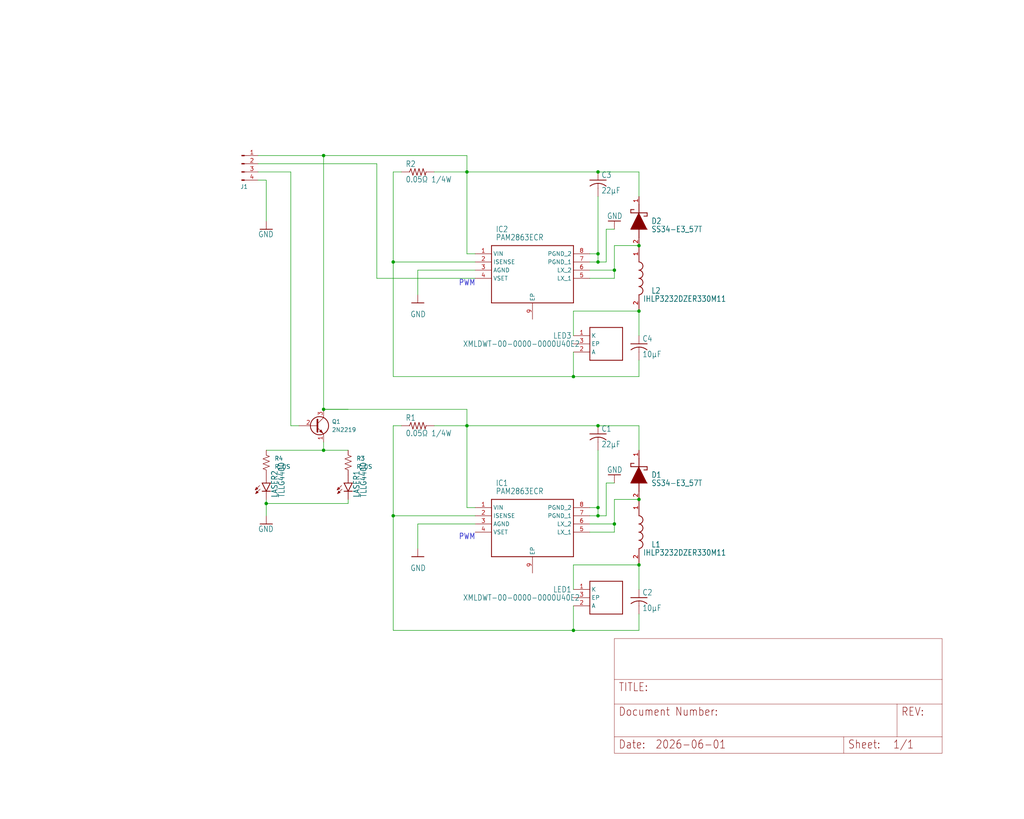
<source format=kicad_sch>
(kicad_sch (version 20231120) (generator "eeschema") (generator_version "8.0")
  (paper "User" 317.5 254.127)
  (lib_symbols
    (symbol "Connector:Conn_01x04_Pin" (pin_names (offset 1.016) hide)
      (property "Reference" "J" (at 0 5.08 0))
      (property "Value" "Conn_01x04_Pin" (at 0 -7.62 0))
      (symbol "Conn_01x04_Pin_1_1"
        (polyline (pts (xy 1.27 -5.08) (xy 0.8636 -5.08)) (stroke (width 0.1524)))
        (polyline (pts (xy 1.27 -2.54) (xy 0.8636 -2.54)) (stroke (width 0.1524)))
        (polyline (pts (xy 1.27 0) (xy 0.8636 0)) (stroke (width 0.1524)))
        (polyline (pts (xy 1.27 2.54) (xy 0.8636 2.54)) (stroke (width 0.1524)))
        (rectangle (start 0.8636 -4.953) (end 0 -5.207) (stroke (width 0.1524)) (fill (type outline)))
        (rectangle (start 0.8636 -2.413) (end 0 -2.667) (stroke (width 0.1524)) (fill (type outline)))
        (rectangle (start 0.8636 0.127) (end 0 -0.127) (stroke (width 0.1524)) (fill (type outline)))
        (rectangle (start 0.8636 2.667) (end 0 2.413) (stroke (width 0.1524)) (fill (type outline)))
        (pin passive line (at 5.08 2.54 180) (length 3.81) (name "Pin_1") (number "1"))
        (pin passive line (at 5.08 0 180) (length 3.81) (name "Pin_2") (number "2"))
        (pin passive line (at 5.08 -2.54 180) (length 3.81) (name "Pin_3") (number "3"))
        (pin passive line (at 5.08 -5.08 180) (length 3.81) (name "Pin_4") (number "4"))
      )
    )
    (symbol "Device:R_US" (pin_numbers hide) (pin_names (offset 0))
      (property "Reference" "R" (at 2.54 0 90))
      (property "Value" "R_US" (at -2.54 0 90))
      (symbol "R_US_0_1"
        (polyline (pts (xy 0 -2.286) (xy 0 -2.54)))
        (polyline (pts (xy 0 2.286) (xy 0 2.54)))
        (polyline (pts (xy 0 -0.762) (xy 1.016 -1.143) (xy 0 -1.524) (xy -1.016 -1.905) (xy 0 -2.286)))
        (polyline (pts (xy 0 0.762) (xy 1.016 0.381) (xy 0 0) (xy -1.016 -0.381) (xy 0 -0.762)))
        (polyline (pts (xy 0 2.286) (xy 1.016 1.905) (xy 0 1.524) (xy -1.016 1.143) (xy 0 0.762)))
      )
      (symbol "R_US_1_1"
        (pin passive line (at 0 3.81 270) (length 1.27) (name "~") (number "1"))
        (pin passive line (at 0 -3.81 90) (length 1.27) (name "~") (number "2"))
      )
    )
    (symbol "Lightbar-eagle-import:C-USC1210"
      (property "Reference" "C" (at 1.016 0.635 0))
      (symbol "C-USC1210_1_0"
        (arc (start 0 -1.0161) (mid -1.302 -1.2303) (end -2.4668 -1.8504) (stroke (width 0.254)))
        (polyline (pts (xy -2.54 0) (xy 2.54 0)) (stroke (width 0.254)))
        (polyline (pts (xy 0 -1.016) (xy 0 -2.54)) (stroke (width 0.1524)))
        (arc (start 2.4892 -1.8541) (mid 1.3158 -1.2194) (end 0 -1) (stroke (width 0.254)))
        (pin passive line (at 0 2.54 270) (length 2.54) (name "1") (number "1"))
        (pin passive line (at 0 -5.08 90) (length 2.54) (name "2") (number "2"))
      )
    )
    (symbol "Lightbar-eagle-import:FRAME_A_L"
      (symbol "FRAME_A_L_1_0"
        (polyline (pts (xy 0 43.18) (xy 3.81 43.18)))
        (polyline (pts (xy 0 86.36) (xy 3.81 86.36)))
        (polyline (pts (xy 0 129.54) (xy 3.81 129.54)))
        (polyline (pts (xy 0 172.72) (xy 3.81 172.72)))
        (polyline (pts (xy 3.81 3.81) (xy 3.81 212.09)))
        (polyline (pts (xy 46.5667 0) (xy 46.5667 3.81)))
        (polyline (pts (xy 93.1333 0) (xy 93.1333 3.81)))
        (polyline (pts (xy 139.7 0) (xy 139.7 3.81)))
        (polyline (pts (xy 186.2667 0) (xy 186.2667 3.81)))
        (polyline (pts (xy 232.8333 0) (xy 232.8333 3.81)))
        (polyline (pts (xy 275.59 3.81) (xy 275.59 212.09)))
        (polyline (pts (xy 275.59 43.18) (xy 279.4 43.18)))
        (polyline (pts (xy 275.59 86.36) (xy 279.4 86.36)))
        (polyline (pts (xy 275.59 129.54) (xy 279.4 129.54)))
        (polyline (pts (xy 275.59 172.72) (xy 279.4 172.72)))
        (polyline (pts (xy 275.59 212.09) (xy 3.81 212.09)))
        (polyline (pts (xy 0 0) (xy 279.4 0) (xy 279.4 215.9) (xy 0 215.9) (xy 0 0)))
        (text "1" (at 23.2833 213.995 0) (effects (font (size 2.54 2.286))))
        (text "2" (at 69.85 213.995 0) (effects (font (size 2.54 2.286))))
        (text "3" (at 116.4167 213.995 0) (effects (font (size 2.54 2.286))))
        (text "4" (at 162.9833 213.995 0) (effects (font (size 2.54 2.286))))
        (text "5" (at 209.55 213.995 0) (effects (font (size 2.54 2.286))))
        (text "6" (at 256.1167 213.995 0) (effects (font (size 2.54 2.286))))
        (text "A" (at 1.905 194.31 0) (effects (font (size 2.54 2.286))))
        (text "A" (at 277.495 194.31 0) (effects (font (size 2.54 2.286))))
        (text "B" (at 1.905 151.13 0) (effects (font (size 2.54 2.286))))
        (text "B" (at 277.495 151.13 0) (effects (font (size 2.54 2.286))))
        (text "C" (at 1.905 107.95 0) (effects (font (size 2.54 2.286))))
        (text "C" (at 277.495 107.95 0) (effects (font (size 2.54 2.286))))
        (text "D" (at 1.905 64.77 0) (effects (font (size 2.54 2.286))))
        (text "D" (at 277.495 64.77 0) (effects (font (size 2.54 2.286))))
        (text "E" (at 1.905 21.59 0) (effects (font (size 2.54 2.286))))
        (text "E" (at 277.495 21.59 0) (effects (font (size 2.54 2.286))))
      )
      (symbol "FRAME_A_L_2_0"
        (polyline (pts (xy 0 0) (xy 0 5.08)) (stroke (width 0.1016)))
        (polyline (pts (xy 0 0) (xy 71.12 0)) (stroke (width 0.1016)))
        (polyline (pts (xy 0 5.08) (xy 0 15.24)) (stroke (width 0.1016)))
        (polyline (pts (xy 0 5.08) (xy 71.12 5.08)) (stroke (width 0.1016)))
        (polyline (pts (xy 0 15.24) (xy 0 22.86)) (stroke (width 0.1016)))
        (polyline (pts (xy 0 22.86) (xy 0 35.56)) (stroke (width 0.1016)))
        (polyline (pts (xy 0 22.86) (xy 101.6 22.86)) (stroke (width 0.1016)))
        (polyline (pts (xy 71.12 0) (xy 101.6 0)) (stroke (width 0.1016)))
        (polyline (pts (xy 71.12 5.08) (xy 71.12 0)) (stroke (width 0.1016)))
        (polyline (pts (xy 71.12 5.08) (xy 87.63 5.08)) (stroke (width 0.1016)))
        (polyline (pts (xy 87.63 5.08) (xy 101.6 5.08)) (stroke (width 0.1016)))
        (polyline (pts (xy 87.63 15.24) (xy 0 15.24)) (stroke (width 0.1016)))
        (polyline (pts (xy 87.63 15.24) (xy 87.63 5.08)) (stroke (width 0.1016)))
        (polyline (pts (xy 101.6 5.08) (xy 101.6 0)) (stroke (width 0.1016)))
        (polyline (pts (xy 101.6 15.24) (xy 87.63 15.24)) (stroke (width 0.1016)))
        (polyline (pts (xy 101.6 15.24) (xy 101.6 5.08)) (stroke (width 0.1016)))
        (polyline (pts (xy 101.6 22.86) (xy 101.6 15.24)) (stroke (width 0.1016)))
        (polyline (pts (xy 101.6 35.56) (xy 0 35.56)) (stroke (width 0.1016)))
        (polyline (pts (xy 101.6 35.56) (xy 101.6 22.86)) (stroke (width 0.1016)))
        (text "${#}/${##}" (at 86.36 1.27 0) (effects (font (size 2.54 2.159)) (justify left bottom)))
        (text "${CURRENT_DATE}" (at 12.7 1.27 0) (effects (font (size 2.54 2.159)) (justify left bottom)))
        (text "${PROJECTNAME}" (at 17.78 19.05 0) (effects (font (size 2.54 2.159)) (justify left bottom)))
        (text "Date:" (at 1.27 1.27 0) (effects (font (size 2.54 2.159)) (justify left bottom)))
        (text "Document Number:" (at 1.27 11.43 0) (effects (font (size 2.54 2.159)) (justify left bottom)))
        (text "REV:" (at 88.9 11.43 0) (effects (font (size 2.54 2.159)) (justify left bottom)))
        (text "Sheet:" (at 72.39 1.27 0) (effects (font (size 2.54 2.159)) (justify left bottom)))
        (text "TITLE:" (at 1.27 19.05 0) (effects (font (size 2.54 2.159)) (justify left bottom)))
      )
    )
    (symbol "Lightbar-eagle-import:GND" (power)
      (symbol "GND_1_0"
        (polyline (pts (xy -1.905 0) (xy 1.905 0)) (stroke (width 0.254)))
        (pin power_in line (at 0 2.54 270) (length 2.54) (name "GND") (number "1"))
      )
    )
    (symbol "Lightbar-eagle-import:IHLP3232DZER330M11"
      (property "Reference" "L" (at 16.51 6.35 0))
      (symbol "IHLP3232DZER330M11_1_0"
        (arc (start 7.62 0) (mid 6.35 1.22) (end 5.08 0) (stroke (width 0.254)))
        (arc (start 10.16 0) (mid 8.89 1.22) (end 7.62 0) (stroke (width 0.254)))
        (arc (start 12.7 0) (mid 11.43 1.22) (end 10.16 0) (stroke (width 0.254)))
        (arc (start 15.24 0) (mid 13.97 1.22) (end 12.7 0) (stroke (width 0.254)))
        (pin bidirectional line (at 0 0 0) (length 5.08) (name "1") (number "1"))
        (pin bidirectional line (at 20.32 0 180) (length 5.08) (name "2") (number "2"))
      )
    )
    (symbol "Lightbar-eagle-import:PAM2863ECR"
      (property "Reference" "IC" (at 31.75 7.62 0))
      (symbol "PAM2863ECR_1_0"
        (polyline (pts (xy 5.08 2.54) (xy 5.08 -15.24)) (stroke (width 0.254)))
        (polyline (pts (xy 5.08 2.54) (xy 30.48 2.54)) (stroke (width 0.254)))
        (polyline (pts (xy 30.48 -15.24) (xy 5.08 -15.24)) (stroke (width 0.254)))
        (polyline (pts (xy 30.48 -15.24) (xy 30.48 2.54)) (stroke (width 0.254)))
        (pin bidirectional line (at 0 0 0) (length 5.08) (name "VIN") (number "1"))
        (pin bidirectional line (at 0 -2.54 0) (length 5.08) (name "ISENSE") (number "2"))
        (pin bidirectional line (at 0 -5.08 0) (length 5.08) (name "AGND") (number "3"))
        (pin bidirectional line (at 0 -7.62 0) (length 5.08) (name "VSET") (number "4"))
        (pin bidirectional line (at 35.56 -7.62 180) (length 5.08) (name "LX_1") (number "5"))
        (pin bidirectional line (at 35.56 -5.08 180) (length 5.08) (name "LX_2") (number "6"))
        (pin bidirectional line (at 35.56 -2.54 180) (length 5.08) (name "PGND_1") (number "7"))
        (pin bidirectional line (at 35.56 0 180) (length 5.08) (name "PGND_2") (number "8"))
        (pin bidirectional line (at 17.78 -20.32 90) (length 5.08) (name "EP") (number "9"))
      )
    )
    (symbol "Lightbar-eagle-import:R-US_R0805"
      (property "Reference" "R" (at -3.81 1.4986 0))
      (symbol "R-US_R0805_1_0"
        (polyline (pts (xy -2.54 0) (xy -2.159 1.016)) (stroke (width 0.2032)))
        (polyline (pts (xy -2.159 1.016) (xy -1.524 -1.016)) (stroke (width 0.2032)))
        (polyline (pts (xy -1.524 -1.016) (xy -0.889 1.016)) (stroke (width 0.2032)))
        (polyline (pts (xy -0.889 1.016) (xy -0.254 -1.016)) (stroke (width 0.2032)))
        (polyline (pts (xy -0.254 -1.016) (xy 0.381 1.016)) (stroke (width 0.2032)))
        (polyline (pts (xy 0.381 1.016) (xy 1.016 -1.016)) (stroke (width 0.2032)))
        (polyline (pts (xy 1.016 -1.016) (xy 1.651 1.016)) (stroke (width 0.2032)))
        (polyline (pts (xy 1.651 1.016) (xy 2.286 -1.016)) (stroke (width 0.2032)))
        (polyline (pts (xy 2.286 -1.016) (xy 2.54 0)) (stroke (width 0.2032)))
        (pin passive line (at -5.08 0 0) (length 2.54) (name "1") (number "1"))
        (pin passive line (at 5.08 0 180) (length 2.54) (name "2") (number "2"))
      )
    )
    (symbol "Lightbar-eagle-import:SS34-E3_57T"
      (property "Reference" "D" (at 12.7 8.89 0))
      (symbol "SS34-E3_57T_1_0"
        (polyline (pts (xy 5.08 0) (xy 7.62 0)) (stroke (width 0.254)))
        (polyline (pts (xy 6.604 -1.524) (xy 6.604 -2.54)) (stroke (width 0.254)))
        (polyline (pts (xy 7.62 -2.54) (xy 6.604 -2.54)) (stroke (width 0.254)))
        (polyline (pts (xy 7.62 2.54) (xy 7.62 -2.54)) (stroke (width 0.254)))
        (polyline (pts (xy 7.62 2.54) (xy 8.636 2.54)) (stroke (width 0.254)))
        (polyline (pts (xy 8.636 1.524) (xy 8.636 2.54)) (stroke (width 0.254)))
        (polyline (pts (xy 12.7 0) (xy 15.24 0)) (stroke (width 0.254)))
        (polyline (pts (xy 7.62 0) (xy 12.7 -2.54) (xy 12.7 2.54)) (stroke (width 0.254)) (fill (type outline)))
        (pin bidirectional line (at 2.54 0 0) (length 2.54) (name "K") (number "1"))
        (pin bidirectional line (at 17.78 0 180) (length 2.54) (name "A") (number "2"))
      )
    )
    (symbol "Lightbar-eagle-import:TLLG4400"
      (property "Reference" "LED" (at 3.556 -4.572 90))
      (symbol "TLLG4400_1_0"
        (polyline (pts (xy -2.032 -0.762) (xy -3.429 -2.159)) (stroke (width 0.1524)))
        (polyline (pts (xy -1.905 -1.905) (xy -3.302 -3.302)) (stroke (width 0.1524)))
        (polyline (pts (xy 0 -2.54) (xy -1.27 -2.54)) (stroke (width 0.254)))
        (polyline (pts (xy 0 -2.54) (xy -1.27 0)) (stroke (width 0.254)))
        (polyline (pts (xy 0 0) (xy -1.27 0)) (stroke (width 0.254)))
        (polyline (pts (xy 1.27 -2.54) (xy 0 -2.54)) (stroke (width 0.254)))
        (polyline (pts (xy 1.27 0) (xy 0 -2.54)) (stroke (width 0.254)))
        (polyline (pts (xy 1.27 0) (xy 0 0)) (stroke (width 0.254)))
        (polyline (pts (xy -3.048 -1.27) (xy -3.429 -2.159) (xy -2.54 -1.778)) (stroke (width 0.1524)) (fill (type outline)))
        (polyline (pts (xy -2.921 -2.413) (xy -3.302 -3.302) (xy -2.413 -2.921)) (stroke (width 0.1524)) (fill (type outline)))
        (pin passive line (at 0 2.54 270) (length 2.54) (name "A") (number "A"))
        (pin passive line (at 0 -5.08 90) (length 2.54) (name "C") (number "K"))
      )
    )
    (symbol "Lightbar-eagle-import:XMLDWT-00-0000-0000U40E2"
      (property "Reference" "LED" (at 16.51 7.62 0))
      (symbol "XMLDWT-00-0000-0000U40E2_1_0"
        (polyline (pts (xy 5.08 2.54) (xy 5.08 -7.62)) (stroke (width 0.254)))
        (polyline (pts (xy 5.08 2.54) (xy 15.24 2.54)) (stroke (width 0.254)))
        (polyline (pts (xy 15.24 -7.62) (xy 5.08 -7.62)) (stroke (width 0.254)))
        (polyline (pts (xy 15.24 -7.62) (xy 15.24 2.54)) (stroke (width 0.254)))
        (pin bidirectional line (at 0 0 0) (length 5.08) (name "K") (number "1"))
        (pin bidirectional line (at 0 -5.08 0) (length 5.08) (name "A") (number "2"))
        (pin bidirectional line (at 0 -2.54 0) (length 5.08) (name "EP") (number "3"))
      )
    )
    (symbol "Transistor_BJT:2N2219" (pin_names (offset 0) hide)
      (property "Reference" "Q" (at 5.08 1.905 0))
      (property "Value" "2N2219" (at 5.08 0 0))
      (symbol "2N2219_0_1"
        (polyline (pts (xy 0.635 0.635) (xy 2.54 2.54)))
        (polyline (pts (xy 0.635 -0.635) (xy 2.54 -2.54) (xy 2.54 -2.54)))
        (polyline (pts (xy 0.635 1.905) (xy 0.635 -1.905) (xy 0.635 -1.905)) (stroke (width 0.508)))
        (polyline (pts (xy 1.27 -1.778) (xy 1.778 -1.27) (xy 2.286 -2.286) (xy 1.27 -1.778) (xy 1.27 -1.778)) (fill (type outline)))
        (circle (center 1.27 0) (radius 2.8194) (stroke (width 0.254)))
      )
      (symbol "2N2219_1_1"
        (pin passive line (at 2.54 -5.08 90) (length 2.54) (name "E") (number "1"))
        (pin passive line (at -5.08 0 0) (length 5.715) (name "B") (number "2"))
        (pin passive line (at 2.54 5.08 270) (length 2.54) (name "C") (number "3"))
      )
    )
  )
  (junction (at 82.55 156.21))
  (junction (at 144.78 132.08))
  (junction (at 190.5 162.56))
  (junction (at 198.12 76.2))
  (junction (at 177.8 195.58))
  (junction (at 185.42 53.34))
  (junction (at 100.33 139.7))
  (junction (at 190.5 83.82))
  (junction (at 185.42 132.08))
  (junction (at 121.92 81.28))
  (junction (at 198.12 175.26))
  (junction (at 100.33 127))
  (junction (at 100.33 48.26))
  (junction (at 198.12 154.94))
  (junction (at 177.8 116.84))
  (junction (at 185.42 160.02))
  (junction (at 185.42 81.28))
  (junction (at 198.12 96.52))
  (junction (at 121.92 160.02))
  (junction (at 185.42 78.74))
  (junction (at 185.42 157.48))
  (junction (at 144.78 53.34))
  (wire (pts (xy 90.17 132.08) (xy 92.71 132.08)) (stroke (width 0.1524)))
  (wire (pts (xy 185.42 81.28) (xy 185.42 78.74)) (stroke (width 0.1524)))
  (wire (pts (xy 177.8 182.88) (xy 177.8 175.26)) (stroke (width 0.1524)))
  (wire (pts (xy 198.12 139.7) (xy 198.12 132.08)) (stroke (width 0.1524)))
  (wire (pts (xy 80.01 50.8) (xy 116.84 50.8)) (stroke (width 0.1524)))
  (wire (pts (xy 177.8 195.58) (xy 121.92 195.58)) (stroke (width 0.1524)))
  (wire (pts (xy 82.55 139.7) (xy 100.33 139.7)))
  (wire (pts (xy 129.54 162.56) (xy 147.32 162.56)) (stroke (width 0.1524)))
  (wire (pts (xy 182.88 86.36) (xy 190.5 86.36)) (stroke (width 0.1524)))
  (wire (pts (xy 182.88 157.48) (xy 185.42 157.48)) (stroke (width 0.1524)))
  (wire (pts (xy 82.55 154.94) (xy 82.55 156.21)) (stroke (width 0.1524)))
  (wire (pts (xy 100.33 139.7) (xy 107.95 139.7)))
  (wire (pts (xy 144.78 157.48) (xy 144.78 132.08)) (stroke (width 0.1524)))
  (wire (pts (xy 82.55 55.88) (xy 82.55 68.58)) (stroke (width 0.1524)))
  (wire (pts (xy 198.12 132.08) (xy 185.42 132.08)) (stroke (width 0.1524)))
  (wire (pts (xy 121.92 53.34) (xy 121.92 81.28)) (stroke (width 0.1524)))
  (wire (pts (xy 121.92 116.84) (xy 121.92 81.28)) (stroke (width 0.1524)))
  (wire (pts (xy 190.5 162.56) (xy 190.5 154.94)) (stroke (width 0.1524)))
  (wire (pts (xy 144.78 53.34) (xy 134.62 53.34)) (stroke (width 0.1524)))
  (wire (pts (xy 190.5 165.1) (xy 190.5 162.56)) (stroke (width 0.1524)))
  (wire (pts (xy 182.88 165.1) (xy 190.5 165.1)) (stroke (width 0.1524)))
  (wire (pts (xy 147.32 81.28) (xy 121.92 81.28)) (stroke (width 0.1524)))
  (wire (pts (xy 190.5 83.82) (xy 190.5 76.2)) (stroke (width 0.1524)))
  (wire (pts (xy 198.12 53.34) (xy 185.42 53.34)) (stroke (width 0.1524)))
  (wire (pts (xy 100.33 127) (xy 107.95 127)))
  (wire (pts (xy 185.42 53.34) (xy 144.78 53.34)) (stroke (width 0.1524)))
  (wire (pts (xy 185.42 81.28) (xy 187.96 81.28)) (stroke (width 0.1524)))
  (wire (pts (xy 177.8 187.96) (xy 177.8 195.58)) (stroke (width 0.1524)))
  (wire (pts (xy 177.8 116.84) (xy 198.12 116.84)) (stroke (width 0.1524)))
  (wire (pts (xy 182.88 160.02) (xy 185.42 160.02)) (stroke (width 0.1524)))
  (wire (pts (xy 82.55 156.21) (xy 107.95 156.21)) (stroke (width 0.1524)))
  (wire (pts (xy 182.88 81.28) (xy 185.42 81.28)) (stroke (width 0.1524)))
  (wire (pts (xy 185.42 78.74) (xy 185.42 60.96)) (stroke (width 0.1524)))
  (wire (pts (xy 147.32 157.48) (xy 144.78 157.48)) (stroke (width 0.1524)))
  (wire (pts (xy 198.12 60.96) (xy 198.12 53.34)) (stroke (width 0.1524)))
  (wire (pts (xy 116.84 50.8) (xy 116.84 86.36)) (stroke (width 0.1524)))
  (wire (pts (xy 185.42 132.08) (xy 144.78 132.08)) (stroke (width 0.1524)))
  (wire (pts (xy 144.78 132.08) (xy 134.62 132.08)) (stroke (width 0.1524)))
  (wire (pts (xy 182.88 78.74) (xy 185.42 78.74)) (stroke (width 0.1524)))
  (wire (pts (xy 177.8 109.22) (xy 177.8 116.84)) (stroke (width 0.1524)))
  (wire (pts (xy 121.92 132.08) (xy 124.46 132.08)) (stroke (width 0.1524)))
  (wire (pts (xy 185.42 157.48) (xy 185.42 139.7)) (stroke (width 0.1524)))
  (wire (pts (xy 107.95 154.94) (xy 107.95 156.21)) (stroke (width 0.1524)))
  (wire (pts (xy 182.88 83.82) (xy 190.5 83.82)) (stroke (width 0.1524)))
  (wire (pts (xy 116.84 86.36) (xy 147.32 86.36)) (stroke (width 0.1524)))
  (wire (pts (xy 121.92 53.34) (xy 124.46 53.34)) (stroke (width 0.1524)))
  (wire (pts (xy 198.12 116.84) (xy 198.12 111.76)) (stroke (width 0.1524)))
  (wire (pts (xy 177.8 96.52) (xy 198.12 96.52)) (stroke (width 0.1524)))
  (wire (pts (xy 185.42 160.02) (xy 187.96 160.02)) (stroke (width 0.1524)))
  (wire (pts (xy 190.5 149.86) (xy 187.96 149.86)) (stroke (width 0.1524)))
  (wire (pts (xy 100.33 127) (xy 144.78 127)) (stroke (width 0.1524)))
  (wire (pts (xy 198.12 96.52) (xy 198.12 104.14)) (stroke (width 0.1524)))
  (wire (pts (xy 80.01 53.34) (xy 90.17 53.34)) (stroke (width 0.1524)))
  (wire (pts (xy 121.92 132.08) (xy 121.92 160.02)) (stroke (width 0.1524)))
  (wire (pts (xy 190.5 154.94) (xy 198.12 154.94)) (stroke (width 0.1524)))
  (wire (pts (xy 198.12 175.26) (xy 198.12 182.88)) (stroke (width 0.1524)))
  (wire (pts (xy 177.8 175.26) (xy 198.12 175.26)) (stroke (width 0.1524)))
  (wire (pts (xy 190.5 76.2) (xy 198.12 76.2)) (stroke (width 0.1524)))
  (wire (pts (xy 144.78 48.26) (xy 100.33 48.26)) (stroke (width 0.1524)))
  (wire (pts (xy 80.01 55.88) (xy 82.55 55.88)) (stroke (width 0.1524)))
  (wire (pts (xy 177.8 195.58) (xy 198.12 195.58)) (stroke (width 0.1524)))
  (wire (pts (xy 190.5 71.12) (xy 187.96 71.12)) (stroke (width 0.1524)))
  (wire (pts (xy 185.42 160.02) (xy 185.42 157.48)) (stroke (width 0.1524)))
  (wire (pts (xy 187.96 160.02) (xy 187.96 149.86)) (stroke (width 0.1524)))
  (wire (pts (xy 177.8 104.14) (xy 177.8 96.52)) (stroke (width 0.1524)))
  (wire (pts (xy 182.88 162.56) (xy 190.5 162.56)) (stroke (width 0.1524)))
  (wire (pts (xy 198.12 195.58) (xy 198.12 190.5)) (stroke (width 0.1524)))
  (wire (pts (xy 144.78 127) (xy 144.78 132.08)) (stroke (width 0.1524)))
  (wire (pts (xy 177.8 116.84) (xy 121.92 116.84)) (stroke (width 0.1524)))
  (wire (pts (xy 147.32 78.74) (xy 144.78 78.74)) (stroke (width 0.1524)))
  (wire (pts (xy 100.33 127) (xy 100.33 48.26)) (stroke (width 0.1524)))
  (wire (pts (xy 90.17 53.34) (xy 90.17 132.08)) (stroke (width 0.1524)))
  (wire (pts (xy 144.78 78.74) (xy 144.78 53.34)) (stroke (width 0.1524)))
  (wire (pts (xy 129.54 170.18) (xy 129.54 162.56)) (stroke (width 0.1524)))
  (wire (pts (xy 121.92 195.58) (xy 121.92 160.02)) (stroke (width 0.1524)))
  (wire (pts (xy 190.5 86.36) (xy 190.5 83.82)) (stroke (width 0.1524)))
  (wire (pts (xy 100.33 137.16) (xy 100.33 139.7)))
  (wire (pts (xy 129.54 83.82) (xy 147.32 83.82)) (stroke (width 0.1524)))
  (wire (pts (xy 147.32 160.02) (xy 121.92 160.02)) (stroke (width 0.1524)))
  (wire (pts (xy 129.54 91.44) (xy 129.54 83.82)) (stroke (width 0.1524)))
  (wire (pts (xy 144.78 48.26) (xy 144.78 53.34)) (stroke (width 0.1524)))
  (wire (pts (xy 80.01 48.26) (xy 100.33 48.26)) (stroke (width 0.1524)))
  (wire (pts (xy 82.55 156.21) (xy 82.55 160.02)) (stroke (width 0.1524)))
  (wire (pts (xy 187.96 81.28) (xy 187.96 71.12)) (stroke (width 0.1524)))
  (text "PWM" (at 142.24 167.64 0) (effects (font (size 1.778 1.5113)) (justify left bottom)))
  (text "PWM" (at 142.24 88.9 0) (effects (font (size 1.778 1.5113)) (justify left bottom)))
  (symbol (lib_id "Lightbar-eagle-import:R-US_R0805") (at 129.54 132.08 0) (unit 1)
    (property "Reference" "R1" (at 125.73 130.5814 0) (effects (font (size 1.778 1.5113)) (justify left bottom)))
    (property "Value" "0.05Ω 1/4W" (at 125.73 135.382 0) (effects (font (size 1.778 1.5113)) (justify left bottom)))
    (property "Footprint" "Lightbar:R0805" (effects (hide yes)))
  )
  (symbol (lib_id "Lightbar-eagle-import:R-US_R0805") (at 129.54 53.34 0) (unit 1)
    (property "Reference" "R2" (at 125.73 51.8414 0) (effects (font (size 1.778 1.5113)) (justify left bottom)))
    (property "Value" "0.05Ω 1/4W" (at 125.73 56.642 0) (effects (font (size 1.778 1.5113)) (justify left bottom)))
    (property "Footprint" "Lightbar:R0805" (effects (hide yes)))
  )
  (symbol (lib_id "Lightbar-eagle-import:C-USC1210") (at 185.42 134.62 0) (unit 1)
    (property "Reference" "C1" (at 186.436 133.985 0) (effects (font (size 1.778 1.5113)) (justify left bottom)))
    (property "Value" "22μF" (at 186.436 138.811 0) (effects (font (size 1.778 1.5113)) (justify left bottom)))
    (property "Footprint" "Lightbar:C1210" (effects (hide yes)))
  )
  (symbol (lib_id "Lightbar-eagle-import:TLLG4400") (at 82.55 149.86 0) (unit 1)
    (property "Reference" "LASER2" (at 86.106 154.432 90) (effects (font (size 1.778 1.5113)) (justify left bottom)))
    (property "Value" "TLLG4400" (at 88.265 154.432 90) (effects (font (size 1.778 1.5113)) (justify left bottom)))
    (property "Footprint" "Lightbar:LED3MM" (effects (hide yes)))
  )
  (symbol (lib_id "Lightbar-eagle-import:IHLP3232DZER330M11") (at 198.12 76.2 270) (unit 1)
    (property "Reference" "L2" (at 201.93 90.17 90) (effects (font (size 1.778 1.5113)) (justify left)))
    (property "Value" "IHLP3232DZER330M11" (at 199.39 92.71 90) (effects (font (size 1.778 1.5113)) (justify left)))
    (property "Footprint" "Lightbar:IHLP3232DZER330M11" (effects (hide yes)))
  )
  (symbol (lib_id "Lightbar-eagle-import:GND") (at 82.55 162.56 0) (unit 1)
    (property "Reference" "#GND03" (effects (hide yes)))
    (property "Value" "GND" (at 80.01 165.1 0) (effects (font (size 1.778 1.5113)) (justify left bottom)))
  )
  (symbol (lib_id "Lightbar-eagle-import:GND") (at 190.5 147.32 180) (unit 1)
    (property "Reference" "#GND02" (effects (hide yes)))
    (property "Value" "GND" (at 193.04 144.78 0) (effects (font (size 1.778 1.5113)) (justify left bottom)))
  )
  (symbol (lib_id "Lightbar-eagle-import:XMLDWT-00-0000-0000U40E2") (at 177.8 182.88 0) (unit 1)
    (property "Reference" "LED1" (at 171.45 182.88 0) (effects (font (size 1.778 1.5113)) (justify left)))
    (property "Value" "XMLDWT-00-0000-0000U40E2" (at 143.51 185.42 0) (effects (font (size 1.778 1.5113)) (justify left)))
    (property "Footprint" "Lightbar:XMLDWT0000000000U40E2" (effects (hide yes)))
  )
  (symbol (lib_id "Lightbar-eagle-import:FRAME_A_L") (at -438.15 233.68 0) (unit 1)
    (property "Reference" "#FRAME1" (effects (hide yes)))
    (property "Value" "FRAME_A_L" (effects (hide yes)))
  )
  (symbol (lib_id "Transistor_BJT:2N2219") (at 97.79 132.08 0) (unit 1)
    (property "Reference" "Q1" (at 102.87 130.8099 0) (effects (justify left)))
    (property "Value" "2N2219" (at 102.87 133.3499 0) (effects (justify left)))
    (property "Footprint" "Package_TO_SOT_SMD:SC-59_Handsoldering" (effects (hide yes)))
    (property "Datasheet" "http://www.onsemi.com/pub_link/Collateral/2N2219-D.PDF" (effects (hide yes)))
    (property "Description" "800mA Ic, 50V Vce, NPN Transistor, TO-39" (effects (hide yes)))
  )
  (symbol (lib_id "Lightbar-eagle-import:PAM2863ECR") (at 147.32 78.74 0) (unit 1)
    (property "Reference" "IC2" (at 153.67 71.12 0) (effects (font (size 1.778 1.5113)) (justify left)))
    (property "Value" "PAM2863ECR" (at 153.67 73.66 0) (effects (font (size 1.778 1.5113)) (justify left)))
    (property "Footprint" "Lightbar:SOIC127P600X175-9N" (effects (hide yes)))
  )
  (symbol (lib_id "Lightbar-eagle-import:GND") (at 129.54 172.72 0) (unit 1)
    (property "Reference" "#GND01" (effects (hide yes)))
    (property "Value" "GND" (at 132.08 175.26 0) (effects (font (size 1.778 1.5113)) (justify right top)))
  )
  (symbol (lib_id "Lightbar-eagle-import:C-USC1210") (at 185.42 55.88 0) (unit 1)
    (property "Reference" "C3" (at 186.436 55.245 0) (effects (font (size 1.778 1.5113)) (justify left bottom)))
    (property "Value" "22μF" (at 186.436 60.071 0) (effects (font (size 1.778 1.5113)) (justify left bottom)))
    (property "Footprint" "Lightbar:C1210" (effects (hide yes)))
  )
  (symbol (lib_id "Lightbar-eagle-import:XMLDWT-00-0000-0000U40E2") (at 177.8 104.14 0) (unit 1)
    (property "Reference" "LED3" (at 171.45 104.14 0) (effects (font (size 1.778 1.5113)) (justify left)))
    (property "Value" "XMLDWT-00-0000-0000U40E2" (at 143.51 106.68 0) (effects (font (size 1.778 1.5113)) (justify left)))
    (property "Footprint" "Lightbar:XMLDWT0000000000U40E2" (effects (hide yes)))
  )
  (symbol (lib_id "Lightbar-eagle-import:SS34-E3_57T") (at 198.12 137.16 270) (unit 1)
    (property "Reference" "D1" (at 201.93 147.32 90) (effects (font (size 1.778 1.5113)) (justify left)))
    (property "Value" "SS34-E3_57T" (at 201.93 149.86 90) (effects (font (size 1.778 1.5113)) (justify left)))
    (property "Footprint" "Lightbar:DIOM7959X262N" (effects (hide yes)))
  )
  (symbol (lib_id "Lightbar-eagle-import:GND") (at 190.5 68.58 180) (unit 1)
    (property "Reference" "#GND05" (effects (hide yes)))
    (property "Value" "GND" (at 193.04 66.04 0) (effects (font (size 1.778 1.5113)) (justify left bottom)))
  )
  (symbol (lib_id "Lightbar-eagle-import:PAM2863ECR") (at 147.32 157.48 0) (unit 1)
    (property "Reference" "IC1" (at 153.67 149.86 0) (effects (font (size 1.778 1.5113)) (justify left)))
    (property "Value" "PAM2863ECR" (at 153.67 152.4 0) (effects (font (size 1.778 1.5113)) (justify left)))
    (property "Footprint" "Lightbar:SOIC127P600X175-9N" (effects (hide yes)))
  )
  (symbol (lib_id "Connector:Conn_01x04_Pin") (at 74.93 50.8 0) (unit 1)
    (property "Reference" "J1" (at 75.692 57.912 0))
    (property "Value" "Conn_01x04_Pin" (effects (hide yes)))
    (property "Footprint" "Connector_PinSocket_2.54mm:PinSocket_1x04_P2.54mm_Vertical" (effects (hide yes)))
    (property "Description" "Generic connector, single row, 01x04, script generated" (effects (hide yes)))
  )
  (symbol (lib_id "Lightbar-eagle-import:C-USC1210") (at 198.12 106.68 0) (unit 1)
    (property "Reference" "C4" (at 199.136 106.045 0) (effects (font (size 1.778 1.5113)) (justify left bottom)))
    (property "Value" "10μF" (at 199.136 110.871 0) (effects (font (size 1.778 1.5113)) (justify left bottom)))
    (property "Footprint" "Lightbar:C1210" (effects (hide yes)))
  )
  (symbol (lib_id "Device:R_US") (at 107.95 143.51 0) (unit 1)
    (property "Reference" "R3" (at 110.49 142.2399 0) (effects (justify left)))
    (property "Value" "R_US" (at 110.49 144.7799 0) (effects (justify left)))
    (property "Footprint" "Resistor_SMD:R_0805_2012Metric_Pad1.20x1.40mm_HandSolder" (effects (hide yes)))
    (property "Description" "Resistor, US symbol" (effects (hide yes)))
  )
  (symbol (lib_id "Lightbar-eagle-import:GND") (at 129.54 93.98 0) (unit 1)
    (property "Reference" "#GND04" (effects (hide yes)))
    (property "Value" "GND" (at 132.08 96.52 0) (effects (font (size 1.778 1.5113)) (justify right top)))
  )
  (symbol (lib_id "Device:R_US") (at 82.55 143.51 0) (unit 1)
    (property "Reference" "R4" (at 85.09 142.2399 0) (effects (justify left)))
    (property "Value" "R_US" (at 85.09 144.7799 0) (effects (justify left)))
    (property "Footprint" "Resistor_SMD:R_0805_2012Metric_Pad1.20x1.40mm_HandSolder" (effects (hide yes)))
    (property "Description" "Resistor, US symbol" (effects (hide yes)))
  )
  (symbol (lib_id "Lightbar-eagle-import:GND") (at 82.55 71.12 0) (unit 1)
    (property "Reference" "#GND06" (effects (hide yes)))
    (property "Value" "GND" (at 80.01 73.66 0) (effects (font (size 1.778 1.5113)) (justify left bottom)))
  )
  (symbol (lib_id "Lightbar-eagle-import:TLLG4400") (at 107.95 149.86 0) (unit 1)
    (property "Reference" "LASER1" (at 111.506 154.432 90) (effects (font (size 1.778 1.5113)) (justify left bottom)))
    (property "Value" "TLLG4400" (at 113.665 154.432 90) (effects (font (size 1.778 1.5113)) (justify left bottom)))
    (property "Footprint" "Lightbar:LED3MM" (effects (hide yes)))
  )
  (symbol (lib_id "Lightbar-eagle-import:IHLP3232DZER330M11") (at 198.12 154.94 270) (unit 1)
    (property "Reference" "L1" (at 201.93 168.91 90) (effects (font (size 1.778 1.5113)) (justify left)))
    (property "Value" "IHLP3232DZER330M11" (at 199.39 171.45 90) (effects (font (size 1.778 1.5113)) (justify left)))
    (property "Footprint" "Lightbar:IHLP3232DZER330M11" (effects (hide yes)))
  )
  (symbol (lib_id "Lightbar-eagle-import:SS34-E3_57T") (at 198.12 58.42 270) (unit 1)
    (property "Reference" "D2" (at 201.93 68.58 90) (effects (font (size 1.778 1.5113)) (justify left)))
    (property "Value" "SS34-E3_57T" (at 201.93 71.12 90) (effects (font (size 1.778 1.5113)) (justify left)))
    (property "Footprint" "Lightbar:DIOM7959X262N" (effects (hide yes)))
  )
  (symbol (lib_id "Lightbar-eagle-import:FRAME_A_L") (at 190.5 233.68 0) (unit 2)
    (property "Reference" "#FRAME1" (effects (hide yes)))
    (property "Value" "FRAME_A_L" (effects (hide yes)))
  )
  (symbol (lib_id "Lightbar-eagle-import:C-USC1210") (at 198.12 185.42 0) (unit 1)
    (property "Reference" "C2" (at 199.136 184.785 0) (effects (font (size 1.778 1.5113)) (justify left bottom)))
    (property "Value" "10μF" (at 199.136 189.611 0) (effects (font (size 1.778 1.5113)) (justify left bottom)))
    (property "Footprint" "Lightbar:C1210" (effects (hide yes)))
  )
)
</source>
